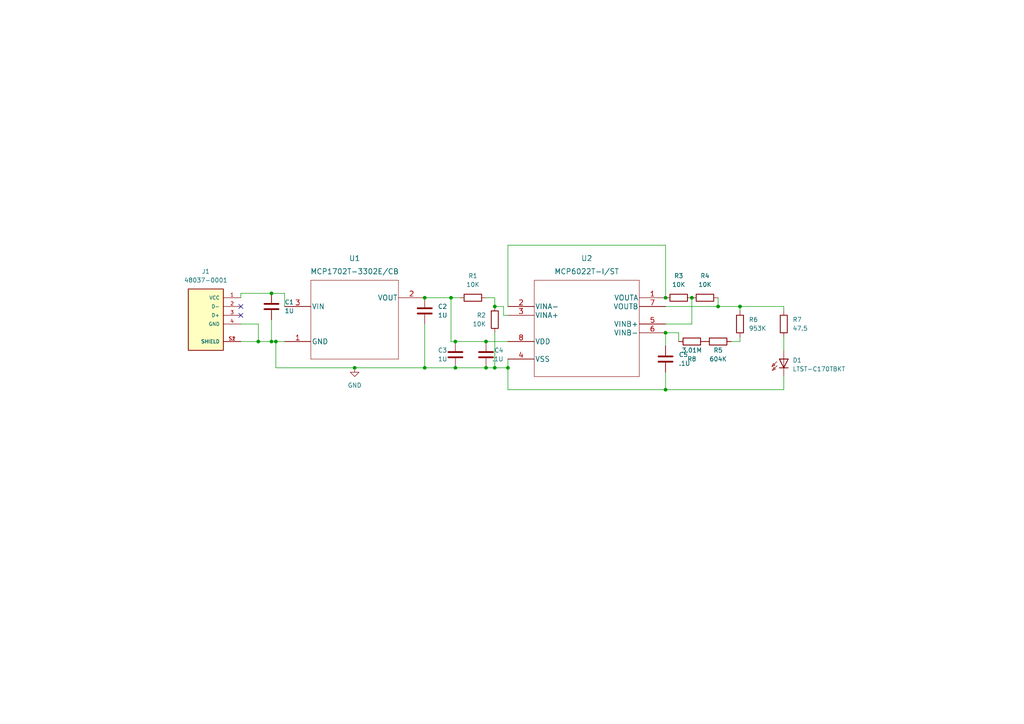
<source format=kicad_sch>
(kicad_sch (version 20211123) (generator eeschema)
  (paper "A4")
  (lib_symbols
    (symbol "160-1579-1-ND:LTST-C170TBKT" (pin_numbers hide) (pin_names (offset 1.016) hide)
      (property "Reference" "D" (at -2.032 4.064 0))
      (property "Value" "LTST-C170TBKT" (at -2.032 -5.715 0))
      (symbol "LTST-C170TBKT_0_0"
        (polyline (pts (xy 0 -1.27) (xy 0 0)) (stroke (width 0.254)))
        (polyline (pts (xy 0 0) (xy 0 1.27)) (stroke (width 0.254)))
        (polyline (pts (xy 0 0) (xy 2.54 1.27)) (stroke (width 0.254)))
        (polyline (pts (xy 0.635 1.905) (xy -0.762 3.302)) (stroke (width 0.1524)))
        (polyline (pts (xy 1.778 2.032) (xy 0.381 3.429)) (stroke (width 0.1524)))
        (polyline (pts (xy 2.54 -1.27) (xy 0 0)) (stroke (width 0.254)))
        (polyline (pts (xy 2.54 -1.27) (xy 2.54 0)) (stroke (width 0.254)))
        (polyline (pts (xy 2.54 0) (xy 0 0)) (stroke (width 0.1524)))
        (polyline (pts (xy 2.54 0) (xy 2.54 1.27)) (stroke (width 0.254)))
        (polyline (pts (xy -0.762 3.302) (xy 0.127 2.921) (xy -0.381 2.413) (xy -0.762 3.302)) (stroke (width 0.1524)) (fill (type background)))
        (polyline (pts (xy 0.381 3.429) (xy 1.27 3.048) (xy 0.762 2.54) (xy 0.381 3.429)) (stroke (width 0.1524)) (fill (type background)))
        (pin passive line (at 5.08 0 180) (length 2.54) (name "~") (number "+"))
        (pin passive line (at -2.54 0 0) (length 2.54) (name "~") (number "-"))
      )
    )
    (symbol "Device:C" (pin_numbers hide) (pin_names (offset 0.254))
      (property "Reference" "C" (at 0.635 2.54 0))
      (property "Value" "C" (at 0.635 -2.54 0))
      (symbol "C_0_1"
        (polyline (pts (xy -2.032 -0.762) (xy 2.032 -0.762)) (stroke (width 0.508)))
        (polyline (pts (xy -2.032 0.762) (xy 2.032 0.762)) (stroke (width 0.508)))
      )
      (symbol "C_1_1"
        (pin passive line (at 0 3.81 270) (length 2.794) (name "~") (number "1"))
        (pin passive line (at 0 -3.81 90) (length 2.794) (name "~") (number "2"))
      )
    )
    (symbol "Device:R" (pin_numbers hide) (pin_names (offset 0))
      (property "Reference" "R" (at 2.032 0 90))
      (property "Value" "R" (at 0 0 90))
      (symbol "R_0_1"
        (rectangle (start -1.016 -2.54) (end 1.016 2.54) (stroke (width 0.254)))
      )
      (symbol "R_1_1"
        (pin passive line (at 0 3.81 270) (length 1.27) (name "~") (number "1"))
        (pin passive line (at 0 -3.81 90) (length 1.27) (name "~") (number "2"))
      )
    )
    (symbol "MCP1702T-3302E:MCP1702T-3302E{slash}CB" (pin_names (offset 0.254))
      (property "Reference" "U" (at 20.32 12.7 0))
      (property "Value" "MCP1702T-3302E{slash}CB" (at 20.32 10.16 0))
      (symbol "MCP1702T-3302E{slash}CB_1_1"
        (polyline (pts (xy 7.62 -15.24) (xy 33.02 -15.24)) (stroke (width 0.127)))
        (polyline (pts (xy 7.62 7.62) (xy 7.62 -15.24)) (stroke (width 0.127)))
        (polyline (pts (xy 33.02 -15.24) (xy 33.02 7.62)) (stroke (width 0.127)))
        (polyline (pts (xy 33.02 7.62) (xy 7.62 7.62)) (stroke (width 0.127)))
        (pin power_in line (at 0 -10.16 0) (length 7.62) (name "GND") (number "1"))
        (pin power_out line (at 40.64 2.54 180) (length 7.62) (name "VOUT") (number "2"))
        (pin power_in line (at 0 0 0) (length 7.62) (name "VIN") (number "3"))
      )
    )
    (symbol "MCP6022T-I{slash}STCT-ND:MCP6022T-I{slash}ST" (pin_names (offset 0.254))
      (property "Reference" "U" (at 22.86 12.7 0))
      (property "Value" "MCP6022T-I{slash}ST" (at 22.86 10.16 0))
      (symbol "MCP6022T-I{slash}ST_1_1"
        (polyline (pts (xy 7.62 -20.32) (xy 38.1 -20.32)) (stroke (width 0.127)))
        (polyline (pts (xy 7.62 7.62) (xy 7.62 -20.32)) (stroke (width 0.127)))
        (polyline (pts (xy 38.1 -20.32) (xy 38.1 7.62)) (stroke (width 0.127)))
        (polyline (pts (xy 38.1 7.62) (xy 7.62 7.62)) (stroke (width 0.127)))
        (pin power_out line (at 45.72 2.54 180) (length 7.62) (name "VOUTA") (number "1"))
        (pin input line (at 0 0 0) (length 7.62) (name "VINA-") (number "2"))
        (pin input line (at 0 -2.54 0) (length 7.62) (name "VINA+") (number "3"))
        (pin power_in line (at 0 -15.24 0) (length 7.62) (name "VSS") (number "4"))
        (pin input line (at 45.72 -5.08 180) (length 7.62) (name "VINB+") (number "5"))
        (pin input line (at 45.72 -7.62 180) (length 7.62) (name "VINB-") (number "6"))
        (pin power_out line (at 45.72 0 180) (length 7.62) (name "VOUTB") (number "7"))
        (pin power_in line (at 0 -10.16 0) (length 7.62) (name "VDD") (number "8"))
      )
    )
    (symbol "WM17117-ND:48037-0001" (pin_names (offset 1.016))
      (property "Reference" "J" (at -5.08 8.89 0))
      (property "Value" "48037-0001" (at -5.08 -12.7 0))
      (symbol "48037-0001_0_0"
        (rectangle (start -5.08 -10.16) (end 5.08 7.62) (stroke (width 0.254)) (fill (type background)))
        (pin power_out line (at -10.16 5.08 0) (length 5.08) (name "VCC") (number "1"))
        (pin bidirectional line (at -10.16 2.54 0) (length 5.08) (name "D-") (number "2"))
        (pin bidirectional line (at -10.16 0 0) (length 5.08) (name "D+") (number "3"))
        (pin power_in line (at -10.16 -2.54 0) (length 5.08) (name "GND") (number "4"))
        (pin passive line (at -10.16 -7.62 0) (length 5.08) (name "SHIELD") (number "S1"))
        (pin passive line (at -10.16 -7.62 0) (length 5.08) (name "SHIELD") (number "S2"))
      )
    )
    (symbol "power:GND" (power) (pin_names (offset 0))
      (property "Value" "GND" (at 0 -3.81 0))
      (symbol "GND_0_1"
        (polyline (pts (xy 0 0) (xy 0 -1.27) (xy 1.27 -1.27) (xy 0 -2.54) (xy -1.27 -1.27) (xy 0 -1.27)))
      )
      (symbol "GND_1_1"
        (pin power_in line (at 0 0 270) (length 0) hide (name "GND") (number "1"))
      )
    )
  )
  (junction (at 78.74 85.09))
  (junction (at 74.93 99.06))
  (junction (at 123.19 106.68))
  (junction (at 130.81 86.36))
  (junction (at 78.74 99.06))
  (junction (at 143.51 88.9))
  (junction (at 80.01 99.06))
  (junction (at 208.28 88.9))
  (junction (at 200.66 86.36))
  (junction (at 140.97 99.06))
  (junction (at 132.08 99.06))
  (junction (at 214.63 88.9))
  (junction (at 123.19 86.36))
  (junction (at 102.87 106.68))
  (junction (at 140.97 106.68))
  (junction (at 132.08 106.68))
  (junction (at 147.32 106.68))
  (junction (at 193.04 86.36))
  (junction (at 143.51 106.68))
  (junction (at 193.04 96.52))
  (junction (at 193.04 113.03))
  (no_connect (at 69.85 88.9))
  (no_connect (at 69.85 91.44))
  (wire (pts (xy 146.05 88.9) (xy 146.05 91.44)))
  (wire (pts (xy 193.04 96.52) (xy 193.04 100.33)))
  (wire (pts (xy 214.63 88.9) (xy 214.63 90.17)))
  (wire (pts (xy 80.01 106.68) (xy 102.87 106.68)))
  (wire (pts (xy 74.93 93.98) (xy 74.93 99.06)))
  (wire (pts (xy 143.51 106.68) (xy 147.32 106.68)))
  (wire (pts (xy 212.09 99.06) (xy 214.63 99.06)))
  (wire (pts (xy 143.51 88.9) (xy 146.05 88.9)))
  (wire (pts (xy 78.74 92.71) (xy 78.74 99.06)))
  (wire (pts (xy 123.19 106.68) (xy 132.08 106.68)))
  (wire (pts (xy 132.08 99.06) (xy 140.97 99.06)))
  (wire (pts (xy 130.81 99.06) (xy 132.08 99.06)))
  (wire (pts (xy 200.66 86.36) (xy 200.66 93.98)))
  (wire (pts (xy 102.87 106.68) (xy 123.19 106.68)))
  (wire (pts (xy 69.85 93.98) (xy 74.93 93.98)))
  (wire (pts (xy 80.01 99.06) (xy 82.55 99.06)))
  (wire (pts (xy 123.19 86.36) (xy 130.81 86.36)))
  (wire (pts (xy 143.51 86.36) (xy 143.51 88.9)))
  (wire (pts (xy 78.74 99.06) (xy 80.01 99.06)))
  (wire (pts (xy 69.85 85.09) (xy 78.74 85.09)))
  (wire (pts (xy 193.04 93.98) (xy 200.66 93.98)))
  (wire (pts (xy 78.74 85.09) (xy 82.55 85.09)))
  (wire (pts (xy 208.28 88.9) (xy 214.63 88.9)))
  (wire (pts (xy 147.32 106.68) (xy 147.32 113.03)))
  (wire (pts (xy 147.32 113.03) (xy 193.04 113.03)))
  (wire (pts (xy 74.93 99.06) (xy 78.74 99.06)))
  (wire (pts (xy 123.19 93.98) (xy 123.19 106.68)))
  (wire (pts (xy 140.97 86.36) (xy 143.51 86.36)))
  (wire (pts (xy 80.01 99.06) (xy 80.01 106.68)))
  (wire (pts (xy 146.05 91.44) (xy 147.32 91.44)))
  (wire (pts (xy 130.81 86.36) (xy 133.35 86.36)))
  (wire (pts (xy 214.63 97.79) (xy 214.63 99.06)))
  (wire (pts (xy 147.32 104.14) (xy 147.32 106.68)))
  (wire (pts (xy 69.85 86.36) (xy 69.85 85.09)))
  (wire (pts (xy 214.63 88.9) (xy 227.33 88.9)))
  (wire (pts (xy 69.85 99.06) (xy 74.93 99.06)))
  (wire (pts (xy 147.32 71.12) (xy 147.32 88.9)))
  (wire (pts (xy 143.51 96.52) (xy 143.51 106.68)))
  (wire (pts (xy 132.08 106.68) (xy 140.97 106.68)))
  (wire (pts (xy 140.97 99.06) (xy 147.32 99.06)))
  (wire (pts (xy 227.33 88.9) (xy 227.33 90.17)))
  (wire (pts (xy 208.28 86.36) (xy 208.28 88.9)))
  (wire (pts (xy 193.04 86.36) (xy 193.04 71.12)))
  (wire (pts (xy 227.33 109.22) (xy 227.33 113.03)))
  (wire (pts (xy 193.04 107.95) (xy 193.04 113.03)))
  (wire (pts (xy 193.04 88.9) (xy 208.28 88.9)))
  (wire (pts (xy 140.97 106.68) (xy 143.51 106.68)))
  (wire (pts (xy 196.85 99.06) (xy 196.85 96.52)))
  (wire (pts (xy 193.04 113.03) (xy 227.33 113.03)))
  (wire (pts (xy 130.81 86.36) (xy 130.81 99.06)))
  (wire (pts (xy 193.04 71.12) (xy 147.32 71.12)))
  (wire (pts (xy 82.55 85.09) (xy 82.55 88.9)))
  (wire (pts (xy 227.33 97.79) (xy 227.33 101.6)))
  (wire (pts (xy 196.85 96.52) (xy 193.04 96.52)))
  (symbol (lib_id "power:GND") (at 102.87 106.68 0) (unit 1)
    (property "Reference" "#PWR0101" (effects hide))
    (property "Value" "GND" (at 102.87 111.76 0))
  )
  (symbol (lib_id "MCP6022T-I{slash}STCT-ND:MCP6022T-I{slash}ST") (at 147.32 88.9 0) (unit 1)
    (property "Reference" "U2" (at 170.18 74.93 0) (effects (font (size 1.524 1.524))))
    (property "Value" "MCP6022T-I/ST" (at 170.18 78.74 0) (effects (font (size 1.524 1.524))))
    (property "Footprint" "MCP6022T:MCP6022T-I&slash_ST" (effects hide))
  )
  (symbol (lib_id "Device:R") (at 214.63 93.98 180) (unit 1)
    (property "Reference" "R6" (at 217.17 92.7099 0) (effects (justify right)))
    (property "Value" "953K" (at 217.17 95.2499 0) (effects (justify right)))
    (property "Footprint" "Resistor_SMD:R_0603_1608Metric_Pad0.98x0.95mm_HandSolder" (effects hide))
  )
  (symbol (lib_id "Device:R") (at 137.16 86.36 270) (unit 1)
    (property "Reference" "R1" (at 137.16 80.01 90))
    (property "Value" "10K" (at 137.16 82.55 90))
    (property "Footprint" "Resistor_SMD:R_0603_1608Metric_Pad0.98x0.95mm_HandSolder" (effects hide))
  )
  (symbol (lib_id "Device:R") (at 208.28 99.06 270) (mirror x) (unit 1)
    (property "Reference" "R5" (at 208.28 101.6 90))
    (property "Value" "604K" (at 208.28 104.14 90))
    (property "Footprint" "Resistor_SMD:R_0603_1608Metric_Pad0.98x0.95mm_HandSolder" (effects hide))
  )
  (symbol (lib_id "Device:R") (at 200.66 99.06 270) (mirror x) (unit 1)
    (property "Reference" "R8" (at 200.66 104.14 90))
    (property "Value" "3.01M" (at 200.66 101.6 90))
    (property "Footprint" "Resistor_SMD:R_0603_1608Metric_Pad0.98x0.95mm_HandSolder" (effects hide))
  )
  (symbol (lib_id "Device:C") (at 132.08 102.87 0) (unit 1)
    (property "Reference" "C3" (at 127 101.6 0) (effects (justify left)))
    (property "Value" "1U" (at 127 104.14 0) (effects (justify left)))
    (property "Footprint" "Capacitor_SMD:C_0603_1608Metric_Pad1.08x0.95mm_HandSolder" (effects hide))
  )
  (symbol (lib_id "WM17117-ND:48037-0001") (at 59.69 91.44 0) (mirror y) (unit 1)
    (property "Reference" "J1" (at 59.69 78.74 0))
    (property "Value" "48037-0001" (at 59.69 81.28 0))
    (property "Footprint" "48037-0001:MOLEX_48037-0001" (effects hide))
    (property "MAXIMUM_PACKAGE_HEIGHT" "4.6mm" (effects hide))
    (property "PARTREV" "D" (effects hide))
    (property "MANUFACTURER" "Molex" (effects hide))
    (property "STANDARD" "Manufacturer Recommendations" (effects hide))
  )
  (symbol (lib_id "Device:R") (at 143.51 92.71 0) (mirror x) (unit 1)
    (property "Reference" "R2" (at 140.97 91.4399 0) (effects (justify right)))
    (property "Value" "10K" (at 140.97 93.9799 0) (effects (justify right)))
    (property "Footprint" "Resistor_SMD:R_0603_1608Metric_Pad0.98x0.95mm_HandSolder" (effects hide))
  )
  (symbol (lib_id "Device:C") (at 78.74 88.9 0) (unit 1)
    (property "Reference" "C1" (at 82.55 87.6299 0) (effects (justify left)))
    (property "Value" "1U" (at 82.55 90.1699 0) (effects (justify left)))
    (property "Footprint" "Capacitor_SMD:C_0603_1608Metric_Pad1.08x0.95mm_HandSolder" (effects hide))
  )
  (symbol (lib_id "Device:C") (at 123.19 90.17 0) (unit 1)
    (property "Reference" "C2" (at 127 88.8999 0) (effects (justify left)))
    (property "Value" "1U" (at 127 91.4399 0) (effects (justify left)))
    (property "Footprint" "Capacitor_SMD:C_0603_1608Metric_Pad1.08x0.95mm_HandSolder" (effects hide))
  )
  (symbol (lib_id "MCP1702T-3302E:MCP1702T-3302E{slash}CB") (at 82.55 88.9 0) (unit 1)
    (property "Reference" "U1" (at 102.87 74.93 0) (effects (font (size 1.524 1.524))))
    (property "Value" "MCP1702T-3302E/CB" (at 102.87 78.74 0) (effects (font (size 1.524 1.524))))
    (property "Footprint" "MCP1702T:MCP1702T-3302E&slash_CB" (effects hide))
  )
  (symbol (lib_id "Device:C") (at 193.04 104.14 180) (unit 1)
    (property "Reference" "C5" (at 196.85 102.8699 0) (effects (justify right)))
    (property "Value" ".1U" (at 196.85 105.4099 0) (effects (justify right)))
    (property "Footprint" "Capacitor_SMD:C_0603_1608Metric_Pad1.08x0.95mm_HandSolder" (effects hide))
  )
  (symbol (lib_id "Device:R") (at 227.33 93.98 0) (unit 1)
    (property "Reference" "R7" (at 229.87 92.7099 0) (effects (justify left)))
    (property "Value" "47.5" (at 229.87 95.2499 0) (effects (justify left)))
    (property "Footprint" "Resistor_SMD:R_0603_1608Metric_Pad0.98x0.95mm_HandSolder" (effects hide))
  )
  (symbol (lib_id "Device:C") (at 140.97 102.87 0) (mirror y) (unit 1)
    (property "Reference" "C4" (at 146.05 101.6 0) (effects (justify left)))
    (property "Value" ".1U" (at 146.05 104.14 0) (effects (justify left)))
    (property "Footprint" "Capacitor_SMD:C_0603_1608Metric_Pad1.08x0.95mm_HandSolder" (effects hide))
  )
  (symbol (lib_id "Device:R") (at 204.47 86.36 90) (unit 1)
    (property "Reference" "R4" (at 204.47 80.01 90))
    (property "Value" "10K" (at 204.47 82.55 90))
    (property "Footprint" "Resistor_SMD:R_0603_1608Metric_Pad0.98x0.95mm_HandSolder" (effects hide))
  )
  (symbol (lib_id "Device:R") (at 196.85 86.36 90) (unit 1)
    (property "Reference" "R3" (at 196.85 80.01 90))
    (property "Value" "10K" (at 196.85 82.55 90))
    (property "Footprint" "Resistor_SMD:R_0603_1608Metric_Pad0.98x0.95mm_HandSolder" (effects hide))
  )
  (symbol (lib_id "160-1579-1-ND:LTST-C170TBKT") (at 227.33 106.68 90) (unit 1)
    (property "Reference" "D1" (at 229.87 104.4955 90) (effects (justify right)))
    (property "Value" "LTST-C170TBKT" (at 229.87 107.0355 90) (effects (justify right)))
    (property "Footprint" "LTST-C170TBKT:DIOC200X125X110" (effects hide))
    (property "MANUFACTURER" "LiteOn" (effects hide))
  )
)
</source>
